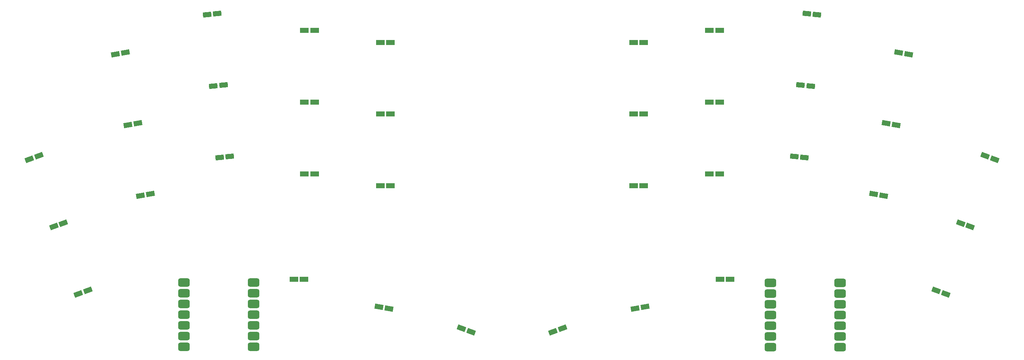
<source format=gbr>
%TF.GenerationSoftware,KiCad,Pcbnew,(6.0.5)*%
%TF.CreationDate,2022-05-11T11:26:57+00:00*%
%TF.ProjectId,ursus-arctos,75727375-732d-4617-9263-746f732e6b69,v1.0.0*%
%TF.SameCoordinates,Original*%
%TF.FileFunction,Paste,Top*%
%TF.FilePolarity,Positive*%
%FSLAX46Y46*%
G04 Gerber Fmt 4.6, Leading zero omitted, Abs format (unit mm)*
G04 Created by KiCad (PCBNEW (6.0.5)) date 2022-05-11 11:26:57*
%MOMM*%
%LPD*%
G01*
G04 APERTURE LIST*
G04 Aperture macros list*
%AMRoundRect*
0 Rectangle with rounded corners*
0 $1 Rounding radius*
0 $2 $3 $4 $5 $6 $7 $8 $9 X,Y pos of 4 corners*
0 Add a 4 corners polygon primitive as box body*
4,1,4,$2,$3,$4,$5,$6,$7,$8,$9,$2,$3,0*
0 Add four circle primitives for the rounded corners*
1,1,$1+$1,$2,$3*
1,1,$1+$1,$4,$5*
1,1,$1+$1,$6,$7*
1,1,$1+$1,$8,$9*
0 Add four rect primitives between the rounded corners*
20,1,$1+$1,$2,$3,$4,$5,0*
20,1,$1+$1,$4,$5,$6,$7,0*
20,1,$1+$1,$6,$7,$8,$9,0*
20,1,$1+$1,$8,$9,$2,$3,0*%
%AMRotRect*
0 Rectangle, with rotation*
0 The origin of the aperture is its center*
0 $1 length*
0 $2 width*
0 $3 Rotation angle, in degrees counterclockwise*
0 Add horizontal line*
21,1,$1,$2,0,0,$3*%
G04 Aperture macros list end*
%ADD10RoundRect,0.499745X0.874395X0.499745X-0.874395X0.499745X-0.874395X-0.499745X0.874395X-0.499745X0*%
%ADD11RotRect,2.000000X1.200000X170.000000*%
%ADD12R,2.000000X1.200000*%
%ADD13RotRect,2.000000X1.200000X175.000000*%
%ADD14RotRect,2.000000X1.200000X160.000000*%
%ADD15RotRect,2.000000X1.200000X200.000000*%
%ADD16RotRect,2.000000X1.200000X185.000000*%
%ADD17RotRect,2.000000X1.200000X190.000000*%
G04 APERTURE END LIST*
D10*
%TO.C,U1*%
X-147255000Y-7483250D03*
X-147255000Y-4943250D03*
X-147255000Y-2403250D03*
X-147255000Y136750D03*
X-147255000Y2676750D03*
X-147255000Y5216750D03*
X-147255000Y7756750D03*
X-130745000Y7756750D03*
X-130745000Y5216750D03*
X-130745000Y2676750D03*
X-130745000Y136750D03*
X-130745000Y-2403250D03*
X-130745000Y-4943250D03*
X-130745000Y-7483250D03*
%TD*%
%TO.C,U2*%
X8255000Y-7620000D03*
X8255000Y-5080000D03*
X8255000Y-2540000D03*
X8255000Y0D03*
X8255000Y2540000D03*
X8255000Y5080000D03*
X8255000Y7620000D03*
X-8255000Y7620000D03*
X-8255000Y5080000D03*
X-8255000Y2540000D03*
X-8255000Y0D03*
X-8255000Y-2540000D03*
X-8255000Y-5080000D03*
X-8255000Y-7620000D03*
%TD*%
D11*
%TO.C,S24*%
X22149672Y62216318D03*
X24513210Y61799562D03*
%TD*%
%TO.C,S17*%
X-101035026Y1929100D03*
X-98671488Y1512344D03*
%TD*%
D12*
%TO.C,S34*%
X-20200000Y8483334D03*
X-17800000Y8483334D03*
%TD*%
D13*
%TO.C,S27*%
X380932Y71469886D03*
X2771799Y71260712D03*
%TD*%
D12*
%TO.C,S11*%
X-118700000Y50483334D03*
X-116300000Y50483334D03*
%TD*%
D14*
%TO.C,S18*%
X-81446293Y-3103133D03*
X-79191031Y-3923981D03*
%TD*%
D12*
%TO.C,S16*%
X-121200000Y8483334D03*
X-118800000Y8483334D03*
%TD*%
%TO.C,S10*%
X-118700000Y33483334D03*
X-116300000Y33483334D03*
%TD*%
D11*
%TO.C,S23*%
X19197653Y45474587D03*
X21561191Y45057831D03*
%TD*%
D15*
%TO.C,S1*%
X-172300412Y5006174D03*
X-170045150Y5827022D03*
%TD*%
D12*
%TO.C,S12*%
X-118700000Y67483334D03*
X-116300000Y67483334D03*
%TD*%
%TO.C,S32*%
X-40700000Y47650000D03*
X-38300000Y47650000D03*
%TD*%
D16*
%TO.C,S7*%
X-138808504Y37390093D03*
X-136417637Y37599267D03*
%TD*%
D15*
%TO.C,S2*%
X-178114755Y20980948D03*
X-175859493Y21801796D03*
%TD*%
D17*
%TO.C,S35*%
X-40328512Y1512344D03*
X-37964974Y1929100D03*
%TD*%
D12*
%TO.C,S31*%
X-40700000Y30650000D03*
X-38300000Y30650000D03*
%TD*%
D17*
%TO.C,S5*%
X-160561191Y45057831D03*
X-158197653Y45474587D03*
%TD*%
D14*
%TO.C,S19*%
X31045150Y5827022D03*
X33300412Y5006174D03*
%TD*%
D15*
%TO.C,S3*%
X-183929097Y36955723D03*
X-181673835Y37776571D03*
%TD*%
D13*
%TO.C,S26*%
X-1100716Y54534576D03*
X1290151Y54325402D03*
%TD*%
D12*
%TO.C,S15*%
X-100700000Y64650000D03*
X-98300000Y64650000D03*
%TD*%
D16*
%TO.C,S9*%
X-141771799Y71260712D03*
X-139380932Y71469886D03*
%TD*%
D12*
%TO.C,S14*%
X-100700000Y47650000D03*
X-98300000Y47650000D03*
%TD*%
D13*
%TO.C,S25*%
X-2582363Y37599267D03*
X-191496Y37390093D03*
%TD*%
D14*
%TO.C,S21*%
X42673835Y37776571D03*
X44929097Y36955723D03*
%TD*%
D17*
%TO.C,S6*%
X-163513210Y61799562D03*
X-161149672Y62216318D03*
%TD*%
D11*
%TO.C,S22*%
X16245634Y28732855D03*
X18609172Y28316099D03*
%TD*%
D14*
%TO.C,S20*%
X36859493Y21801796D03*
X39114755Y20980948D03*
%TD*%
D12*
%TO.C,S28*%
X-22700000Y33483334D03*
X-20300000Y33483334D03*
%TD*%
D17*
%TO.C,S4*%
X-157609172Y28316099D03*
X-155245634Y28732855D03*
%TD*%
D12*
%TO.C,S30*%
X-22700000Y67483334D03*
X-20300000Y67483334D03*
%TD*%
%TO.C,S13*%
X-100700000Y30650000D03*
X-98300000Y30650000D03*
%TD*%
%TO.C,S29*%
X-22700000Y50483334D03*
X-20300000Y50483334D03*
%TD*%
D16*
%TO.C,S8*%
X-140290151Y54325402D03*
X-137899284Y54534576D03*
%TD*%
D12*
%TO.C,S33*%
X-40700000Y64650000D03*
X-38300000Y64650000D03*
%TD*%
D15*
%TO.C,S36*%
X-59808969Y-3923981D03*
X-57553707Y-3103133D03*
%TD*%
M02*

</source>
